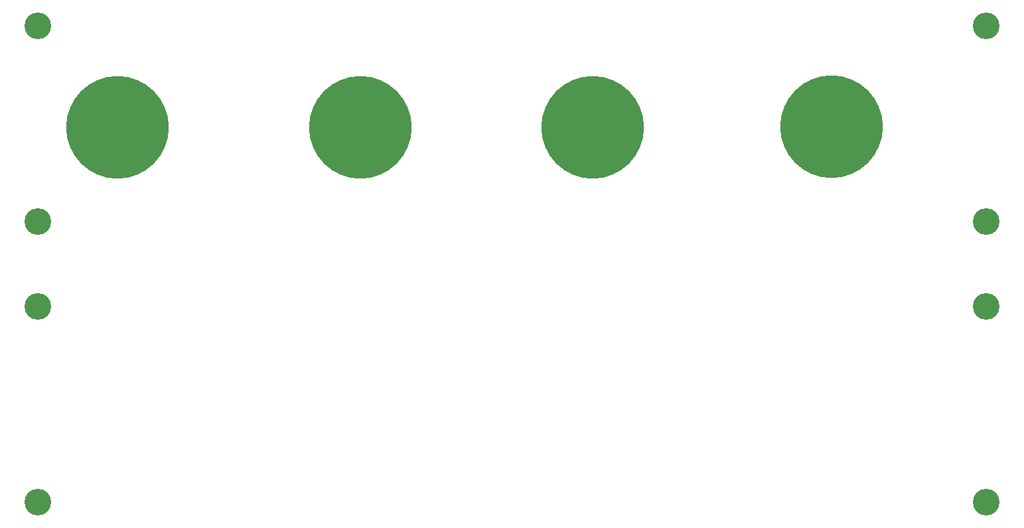
<source format=gbl>
G04 #@! TF.GenerationSoftware,KiCad,Pcbnew,5.0.2-bee76a0~70~ubuntu18.04.1*
G04 #@! TF.CreationDate,2018-12-10T22:00:33+02:00*
G04 #@! TF.ProjectId,panels,70616e65-6c73-42e6-9b69-6361645f7063,rev?*
G04 #@! TF.SameCoordinates,Original*
G04 #@! TF.FileFunction,Copper,L2,Bot*
G04 #@! TF.FilePolarity,Positive*
%FSLAX46Y46*%
G04 Gerber Fmt 4.6, Leading zero omitted, Abs format (unit mm)*
G04 Created by KiCad (PCBNEW 5.0.2-bee76a0~70~ubuntu18.04.1) date Mon Dec 10 22:00:33 2018*
%MOMM*%
%LPD*%
G01*
G04 APERTURE LIST*
G04 #@! TA.AperFunction,ViaPad*
%ADD10C,13.100000*%
G04 #@! TD*
G04 #@! TA.AperFunction,ViaPad*
%ADD11C,3.400000*%
G04 #@! TD*
G04 APERTURE END LIST*
D10*
G04 #@! TO.N,*
X65800000Y-59500000D03*
X96800000Y-59500000D03*
X126400000Y-59500000D03*
X156900000Y-59400000D03*
D11*
X55600000Y-71500000D03*
X55600000Y-46500000D03*
X176600000Y-71500000D03*
X176600000Y-46500000D03*
X55600000Y-107300000D03*
X55600000Y-82300000D03*
X176600000Y-82300000D03*
X176600000Y-107300000D03*
G04 #@! TD*
M02*

</source>
